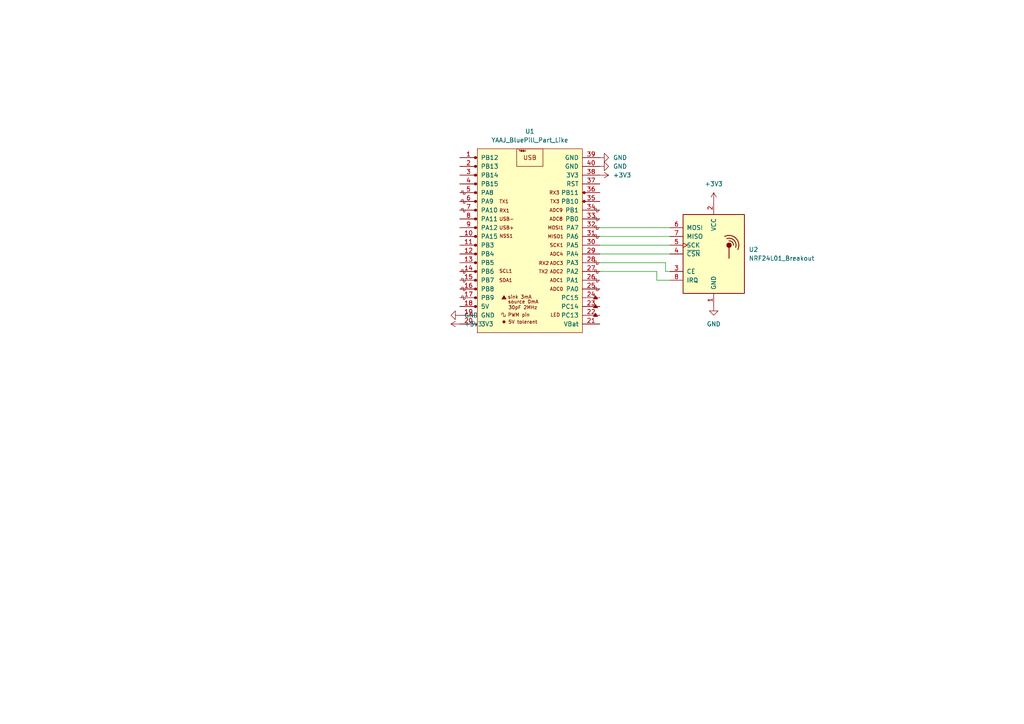
<source format=kicad_sch>
(kicad_sch (version 20211123) (generator eeschema)
  (paper "A4")
  (lib_symbols
    (symbol "RF:NRF24L01_Breakout" (pin_names (offset 1.016))
      (property "Reference" "U" (at -8.89 12.7 0))
      (property "Value" "NRF24L01_Breakout" (at 3.81 12.7 0))
      (symbol "NRF24L01_Breakout_0_1"
        (rectangle (start -8.89 11.43) (end 8.89 -11.43) (stroke (width 0.254)) (fill (type background)))
        (polyline (pts (xy 4.445 1.905) (xy 4.445 -1.27)) (stroke (width 0.254)))
        (circle (center 4.445 2.54) (radius 0.635) (stroke (width 0.254)) (fill (type outline)))
        (arc (start 5.715 2.54) (mid 5.3559 3.4509) (end 4.445 3.81) (stroke (width 0.254)))
        (arc (start 6.35 1.905) (mid 5.8833 3.9783) (end 3.81 4.445) (stroke (width 0.254)))
        (arc (start 6.985 1.27) (mid 6.453 4.548) (end 3.175 5.08) (stroke (width 0.254)))
      )
      (symbol "NRF24L01_Breakout_1_1"
        (pin power_in line (at 0 -15.24 90) (length 3.81) (name "GND") (number "1"))
        (pin power_in line (at 0 15.24 270) (length 3.81) (name "VCC") (number "2"))
        (pin input line (at -12.7 -5.08 0) (length 3.81) (name "CE") (number "3"))
        (pin input line (at -12.7 0 0) (length 3.81) (name "~{CSN}") (number "4"))
        (pin input clock (at -12.7 2.54 0) (length 3.81) (name "SCK") (number "5"))
        (pin input line (at -12.7 7.62 0) (length 3.81) (name "MOSI") (number "6"))
        (pin output line (at -12.7 5.08 0) (length 3.81) (name "MISO") (number "7"))
        (pin output line (at -12.7 -7.62 0) (length 3.81) (name "IRQ") (number "8"))
      )
    )
    (symbol "YAAJ_BluePill_Part_Like:YAAJ_BluePill_Part_Like" (pin_names (offset 1.016))
      (property "Reference" "U" (at -12.7 25.4 0))
      (property "Value" "YAAJ_BluePill_Part_Like" (at 0 2.54 90))
      (symbol "YAAJ_BluePill_Part_Like_0_0"
        (circle (center -15.748 -20.32) (radius 0.3556) (fill (type outline)))
        (circle (center -15.748 -17.78) (radius 0.3556) (fill (type outline)))
        (circle (center -15.748 -15.24) (radius 0.3556) (fill (type outline)))
        (circle (center -15.748 -12.7) (radius 0.3556) (fill (type outline)))
        (circle (center -15.748 -10.16) (radius 0.3556) (fill (type outline)))
        (circle (center -15.748 -7.62) (radius 0.3556) (fill (type outline)))
        (circle (center -15.748 -5.08) (radius 0.3556) (fill (type outline)))
        (circle (center -15.748 -2.54) (radius 0.3556) (fill (type outline)))
        (circle (center -15.748 0) (radius 0.3556) (fill (type outline)))
        (circle (center -15.748 2.54) (radius 0.3556) (fill (type outline)))
        (circle (center -15.748 5.08) (radius 0.3556) (fill (type outline)))
        (circle (center -15.748 7.62) (radius 0.3556) (fill (type outline)))
        (circle (center -15.748 10.16) (radius 0.3556) (fill (type outline)))
        (circle (center -15.748 12.7) (radius 0.3556) (fill (type outline)))
        (circle (center -15.748 15.24) (radius 0.3556) (fill (type outline)))
        (circle (center -15.748 17.78) (radius 0.3556) (fill (type outline)))
        (circle (center -15.748 22.86) (radius 0.3556) (fill (type outline)))
        (circle (center -7.493 -24.765) (radius 0.127) (fill (type outline)))
        (circle (center -7.493 -24.765) (radius 0.254))
        (circle (center -7.493 -24.765) (radius 0.3556))
        (polyline (pts (xy -8.128 -18.161) (xy -7.493 -17.145) (xy -6.858 -18.161) (xy -8.128 -18.161) (xy -7.493 -17.272) (xy -6.985 -18.161) (xy -8.001 -18.034) (xy -7.493 -17.399) (xy -7.112 -18.161) (xy -7.874 -17.907) (xy -7.366 -17.526) (xy -7.239 -18.161) (xy -7.747 -17.78) (xy -7.239 -17.653) (xy -7.366 -18.034) (xy -7.62 -17.78) (xy -7.366 -17.907) (xy -7.493 -17.653)))
        (polyline (pts (xy 18.415 -23.241) (xy 19.05 -22.225) (xy 19.685 -23.241) (xy 18.415 -23.241) (xy 19.05 -22.352) (xy 19.558 -23.241) (xy 18.542 -23.114) (xy 19.05 -22.479) (xy 19.431 -23.241) (xy 18.669 -22.987) (xy 19.177 -22.606) (xy 19.304 -23.241) (xy 18.796 -22.86) (xy 19.304 -22.733) (xy 19.177 -23.114) (xy 18.923 -22.86) (xy 19.177 -22.987) (xy 19.05 -22.733)))
        (polyline (pts (xy 18.415 -20.701) (xy 19.05 -19.685) (xy 19.685 -20.701) (xy 18.415 -20.701) (xy 19.05 -19.812) (xy 19.558 -20.701) (xy 18.542 -20.574) (xy 19.05 -19.939) (xy 19.431 -20.701) (xy 18.669 -20.447) (xy 19.177 -20.066) (xy 19.304 -20.701) (xy 18.796 -20.32) (xy 19.304 -20.193) (xy 19.177 -20.574) (xy 18.923 -20.32) (xy 19.177 -20.447) (xy 19.05 -20.193)))
        (polyline (pts (xy 18.415 -18.161) (xy 19.05 -17.145) (xy 19.685 -18.161) (xy 18.415 -18.161) (xy 19.05 -17.272) (xy 19.558 -18.161) (xy 18.542 -18.034) (xy 19.05 -17.399) (xy 19.431 -18.161) (xy 18.669 -17.907) (xy 19.177 -17.526) (xy 19.304 -18.161) (xy 18.796 -17.78) (xy 19.304 -17.653) (xy 19.177 -18.034) (xy 18.923 -17.78) (xy 19.177 -17.907) (xy 19.05 -17.653)))
        (circle (center 15.748 10.16) (radius 0.254) (fill (type outline)))
        (circle (center 15.748 10.16) (radius 0.3556))
        (circle (center 15.748 12.7) (radius 0.254) (fill (type outline)))
        (circle (center 15.748 12.7) (radius 0.3556))
        (text "30pF 2MHz" (at -2.032 -20.574 0) (effects (font (size 0.9906 0.9906))))
        (text "5V tolerant" (at -2.032 -24.765 0) (effects (font (size 0.9906 0.9906))))
        (text "ADC0" (at 7.747 -15.24 0) (effects (font (size 0.9906 0.9906))))
        (text "ADC1" (at 7.747 -12.7 0) (effects (font (size 0.9906 0.9906))))
        (text "ADC2" (at 7.747 -10.16 0) (effects (font (size 0.9906 0.9906))))
        (text "ADC3" (at 7.747 -7.747 0) (effects (font (size 0.9906 0.9906))))
        (text "ADC4" (at 7.747 -5.08 0) (effects (font (size 0.9906 0.9906))))
        (text "ADC8" (at 7.62 5.08 0) (effects (font (size 0.9906 0.9906))))
        (text "ADC9" (at 7.62 7.62 0) (effects (font (size 0.9906 0.9906))))
        (text "LED" (at 7.366 -22.733 0) (effects (font (size 0.9906 0.9906))))
        (text "MISO1" (at 7.493 0 0) (effects (font (size 0.9906 0.9906))))
        (text "MOSI1" (at 7.493 2.54 0) (effects (font (size 0.9906 0.9906))))
        (text "NSS1" (at -6.858 0.127 0) (effects (font (size 0.9906 0.9906))))
        (text "PWM pin" (at -3.175 -22.733 0) (effects (font (size 0.9906 0.9906))))
        (text "RX1" (at -7.366 7.493 0) (effects (font (size 0.9906 0.9906))))
        (text "RX2" (at 4.064 -7.747 0) (effects (font (size 0.9906 0.9906))))
        (text "RX3" (at 7.112 12.7 0) (effects (font (size 0.9906 0.9906))))
        (text "SCK1" (at 7.747 -2.54 0) (effects (font (size 0.9906 0.9906))))
        (text "SCL1" (at -6.985 -10.033 0) (effects (font (size 0.9906 0.9906))))
        (text "SDA1" (at -6.985 -12.7 0) (effects (font (size 0.9906 0.9906))))
        (text "sink 3mA" (at -2.921 -17.526 0) (effects (font (size 0.9906 0.9906))))
        (text "source 0mA" (at -1.905 -18.923 0) (effects (font (size 0.9906 0.9906))))
        (text "TX1" (at -7.493 10.16 0) (effects (font (size 0.9906 0.9906))))
        (text "TX2" (at 3.937 -10.16 0) (effects (font (size 0.9906 0.9906))))
        (text "TX3" (at 7.239 10.16 0) (effects (font (size 0.9906 0.9906))))
        (text "USB" (at 0 22.86 0) (effects (font (size 1.27 1.27))))
        (text "USB+" (at -6.731 2.54 0) (effects (font (size 0.9906 0.9906))))
        (text "USB-" (at -6.731 5.08 0) (effects (font (size 0.9906 0.9906))))
        (text "Y@@J" (at -2.159 24.892 0) (effects (font (size 0.508 0.508))))
      )
      (symbol "YAAJ_BluePill_Part_Like_0_1"
        (rectangle (start -15.24 25.4) (end 15.24 -27.94) (fill (type background)))
        (polyline (pts (xy -18.796 -17.78) (xy -18.796 -18.288) (xy -19.304 -18.288) (xy -19.304 -17.272) (xy -19.812 -17.272) (xy -19.812 -17.78)))
        (polyline (pts (xy -18.796 -15.24) (xy -18.796 -15.748) (xy -19.304 -15.748) (xy -19.304 -14.732) (xy -19.812 -14.732) (xy -19.812 -15.24)))
        (polyline (pts (xy -18.796 -12.7) (xy -18.796 -13.208) (xy -19.304 -13.208) (xy -19.304 -12.192) (xy -19.812 -12.192) (xy -19.812 -12.7)))
        (polyline (pts (xy -18.796 -10.16) (xy -18.796 -10.668) (xy -19.304 -10.668) (xy -19.304 -9.652) (xy -19.812 -9.652) (xy -19.812 -10.16)))
        (polyline (pts (xy -18.796 7.62) (xy -18.796 7.112) (xy -19.304 7.112) (xy -19.304 8.128) (xy -19.812 8.128) (xy -19.812 7.62)))
        (polyline (pts (xy -18.796 10.16) (xy -18.796 9.652) (xy -19.304 9.652) (xy -19.304 10.668) (xy -19.812 10.668) (xy -19.812 10.16)))
        (polyline (pts (xy -18.796 12.7) (xy -18.796 12.192) (xy -19.304 12.192) (xy -19.304 13.208) (xy -19.812 13.208) (xy -19.812 12.7)))
        (polyline (pts (xy -7.112 -22.733) (xy -7.112 -23.241) (xy -7.62 -23.241) (xy -7.62 -22.225) (xy -8.128 -22.225) (xy -8.128 -22.733)))
        (polyline (pts (xy 19.812 -15.24) (xy 19.812 -15.748) (xy 19.304 -15.748) (xy 19.304 -14.732) (xy 18.796 -14.732) (xy 18.796 -15.24)))
        (polyline (pts (xy 19.812 -12.7) (xy 19.812 -13.208) (xy 19.304 -13.208) (xy 19.304 -12.192) (xy 18.796 -12.192) (xy 18.796 -12.7)))
        (polyline (pts (xy 19.812 -10.16) (xy 19.812 -10.668) (xy 19.304 -10.668) (xy 19.304 -9.652) (xy 18.796 -9.652) (xy 18.796 -10.16)))
        (polyline (pts (xy 19.812 -7.62) (xy 19.812 -8.128) (xy 19.304 -8.128) (xy 19.304 -7.112) (xy 18.796 -7.112) (xy 18.796 -7.62)))
        (polyline (pts (xy 19.812 0) (xy 19.812 -0.508) (xy 19.304 -0.508) (xy 19.304 0.508) (xy 18.796 0.508) (xy 18.796 0)))
        (polyline (pts (xy 19.812 2.54) (xy 19.812 2.032) (xy 19.304 2.032) (xy 19.304 3.048) (xy 18.796 3.048) (xy 18.796 2.54)))
        (polyline (pts (xy 19.812 5.08) (xy 19.812 4.572) (xy 19.304 4.572) (xy 19.304 5.588) (xy 18.796 5.588) (xy 18.796 5.08)))
        (polyline (pts (xy 19.812 7.62) (xy 19.812 7.112) (xy 19.304 7.112) (xy 19.304 8.128) (xy 18.796 8.128) (xy 18.796 7.62)))
        (rectangle (start 3.81 25.4) (end -3.81 20.32))
      )
      (symbol "YAAJ_BluePill_Part_Like_1_1"
        (circle (center -15.748 20.32) (radius 0.3556) (fill (type outline)))
        (pin bidirectional line (at -20.32 22.86 0) (length 5.08) (name "PB12") (number "1"))
        (pin bidirectional line (at -20.32 0 0) (length 5.08) (name "PA15") (number "10"))
        (pin bidirectional line (at -20.32 -2.54 0) (length 5.08) (name "PB3") (number "11"))
        (pin bidirectional line (at -20.32 -5.08 0) (length 5.08) (name "PB4") (number "12"))
        (pin bidirectional line (at -20.32 -7.62 0) (length 5.08) (name "PB5") (number "13"))
        (pin bidirectional line (at -20.32 -10.16 0) (length 5.08) (name "PB6") (number "14"))
        (pin bidirectional line (at -20.32 -12.7 0) (length 5.08) (name "PB7") (number "15"))
        (pin bidirectional line (at -20.32 -15.24 0) (length 5.08) (name "PB8") (number "16"))
        (pin bidirectional line (at -20.32 -17.78 0) (length 5.08) (name "PB9") (number "17"))
        (pin power_in line (at -20.32 -20.32 0) (length 5.08) (name "5V") (number "18"))
        (pin power_in line (at -20.32 -22.86 0) (length 5.08) (name "GND") (number "19"))
        (pin bidirectional line (at -20.32 20.32 0) (length 5.08) (name "PB13") (number "2"))
        (pin power_in line (at -20.32 -25.4 0) (length 5.08) (name "3V3") (number "20"))
        (pin power_in line (at 20.32 -25.4 180) (length 5.08) (name "VBat") (number "21"))
        (pin bidirectional line (at 20.32 -22.86 180) (length 5.08) (name "PC13") (number "22"))
        (pin bidirectional line (at 20.32 -20.32 180) (length 5.08) (name "PC14") (number "23"))
        (pin bidirectional line (at 20.32 -17.78 180) (length 5.08) (name "PC15") (number "24"))
        (pin bidirectional line (at 20.32 -15.24 180) (length 5.08) (name "PA0") (number "25"))
        (pin bidirectional line (at 20.32 -12.7 180) (length 5.08) (name "PA1") (number "26"))
        (pin bidirectional line (at 20.32 -10.16 180) (length 5.08) (name "PA2") (number "27"))
        (pin bidirectional line (at 20.32 -7.62 180) (length 5.08) (name "PA3") (number "28"))
        (pin bidirectional line (at 20.32 -5.08 180) (length 5.08) (name "PA4") (number "29"))
        (pin bidirectional line (at -20.32 17.78 0) (length 5.08) (name "PB14") (number "3"))
        (pin bidirectional line (at 20.32 -2.54 180) (length 5.08) (name "PA5") (number "30"))
        (pin bidirectional line (at 20.32 0 180) (length 5.08) (name "PA6") (number "31"))
        (pin bidirectional line (at 20.32 2.54 180) (length 5.08) (name "PA7") (number "32"))
        (pin bidirectional line (at 20.32 5.08 180) (length 5.08) (name "PB0") (number "33"))
        (pin bidirectional line (at 20.32 7.62 180) (length 5.08) (name "PB1") (number "34"))
        (pin bidirectional line (at 20.32 10.16 180) (length 5.08) (name "PB10") (number "35"))
        (pin bidirectional line (at 20.32 12.7 180) (length 5.08) (name "PB11") (number "36"))
        (pin input line (at 20.32 15.24 180) (length 5.08) (name "RST") (number "37"))
        (pin power_in line (at 20.32 17.78 180) (length 5.08) (name "3V3") (number "38"))
        (pin power_in line (at 20.32 22.86 180) (length 5.08) (name "GND") (number "39"))
        (pin bidirectional line (at -20.32 15.24 0) (length 5.08) (name "PB15") (number "4"))
        (pin power_in line (at 20.32 20.32 180) (length 5.08) (name "GND") (number "40"))
        (pin bidirectional line (at -20.32 12.7 0) (length 5.08) (name "PA8") (number "5"))
        (pin bidirectional line (at -20.32 10.16 0) (length 5.08) (name "PA9") (number "6"))
        (pin bidirectional line (at -20.32 7.62 0) (length 5.08) (name "PA10") (number "7"))
        (pin bidirectional line (at -20.32 5.08 0) (length 5.08) (name "PA11") (number "8"))
        (pin bidirectional line (at -20.32 2.54 0) (length 5.08) (name "PA12") (number "9"))
      )
    )
    (symbol "power:+3.3V" (power) (pin_names (offset 0))
      (property "Value" "+3.3V" (at 0 3.556 0))
      (symbol "+3.3V_0_1"
        (polyline (pts (xy -0.762 1.27) (xy 0 2.54)))
        (polyline (pts (xy 0 0) (xy 0 2.54)))
        (polyline (pts (xy 0 2.54) (xy 0.762 1.27)))
      )
      (symbol "+3.3V_1_1"
        (pin power_in line (at 0 0 90) (length 0) hide (name "+3V3") (number "1"))
      )
    )
    (symbol "power:GND" (power) (pin_names (offset 0))
      (property "Value" "GND" (at 0 -3.81 0))
      (symbol "GND_0_1"
        (polyline (pts (xy 0 0) (xy 0 -1.27) (xy 1.27 -1.27) (xy 0 -2.54) (xy -1.27 -1.27) (xy 0 -1.27)))
      )
      (symbol "GND_1_1"
        (pin power_in line (at 0 0 270) (length 0) hide (name "GND") (number "1"))
      )
    )
  )
  (wire (pts (xy 173.99 68.58) (xy 194.31 68.58)))
  (wire (pts (xy 193.04 76.2) (xy 173.99 76.2)))
  (wire (pts (xy 190.5 78.74) (xy 173.99 78.74)))
  (wire (pts (xy 173.99 71.12) (xy 194.31 71.12)))
  (wire (pts (xy 194.31 78.74) (xy 193.04 78.74)))
  (wire (pts (xy 194.31 81.28) (xy 190.5 81.28)))
  (wire (pts (xy 193.04 78.74) (xy 193.04 76.2)))
  (wire (pts (xy 173.99 73.66) (xy 194.31 73.66)))
  (wire (pts (xy 190.5 81.28) (xy 190.5 78.74)))
  (wire (pts (xy 173.99 66.04) (xy 194.31 66.04)))
  (symbol (lib_id "power:GND") (at 133.35 91.44 270) (unit 1)
    (property "Reference" "#PWR?" (effects hide))
    (property "Value" "GND" (at 134.62 91.4399 90) (effects (justify left)))
  )
  (symbol (lib_id "power:+3.3V") (at 133.35 93.98 90) (unit 1)
    (property "Reference" "#PWR?" (effects hide))
    (property "Value" "+3.3V" (at 134.62 93.9799 90) (effects (justify right)))
  )
  (symbol (lib_id "RF:NRF24L01_Breakout") (at 207.01 73.66 0) (unit 1)
    (property "Reference" "U2" (at 217.17 72.3899 0) (effects (justify left)))
    (property "Value" "NRF24L01_Breakout" (at 217.17 74.9299 0) (effects (justify left)))
    (property "Footprint" "RF_Module:nRF24L01_Breakout" (effects hide))
    (property "Datasheet" "http://www.nordicsemi.com/eng/content/download/2730/34105/file/nRF24L01_Product_Specification_v2_0.pdf" (effects hide))
  )
  (symbol (lib_id "power:GND") (at 173.99 48.26 90) (unit 1)
    (property "Reference" "#PWR?" (effects hide))
    (property "Value" "GND" (at 177.8 48.2599 90) (effects (justify right)))
  )
  (symbol (lib_id "power:GND") (at 207.01 88.9 0) (unit 1)
    (property "Reference" "#PWR?" (effects hide))
    (property "Value" "GND" (at 207.01 93.98 0))
  )
  (symbol (lib_id "power:+3.3V") (at 173.99 50.8 270) (unit 1)
    (property "Reference" "#PWR?" (effects hide))
    (property "Value" "+3.3V" (at 177.8 50.7999 90) (effects (justify left)))
  )
  (symbol (lib_id "YAAJ_BluePill_Part_Like:YAAJ_BluePill_Part_Like") (at 153.67 68.58 0) (unit 1)
    (property "Reference" "U1" (at 153.67 38.1 0))
    (property "Value" "YAAJ_BluePill_Part_Like" (at 153.67 40.64 0))
    (property "Footprint" "Footprints:YAAJ_BluePill_1" (effects hide))
  )
  (symbol (lib_id "power:GND") (at 173.99 45.72 90) (unit 1)
    (property "Reference" "#PWR?" (effects hide))
    (property "Value" "GND" (at 177.8 45.7199 90) (effects (justify right)))
  )
  (symbol (lib_id "power:+3.3V") (at 207.01 58.42 0) (unit 1)
    (property "Reference" "#PWR?" (effects hide))
    (property "Value" "+3.3V" (at 207.01 53.34 0))
  )
)
</source>
